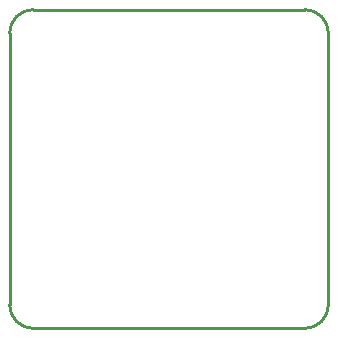
<source format=gko>
G04 Layer: BoardOutlineLayer*
G04 EasyEDA Pro v1.7.31.78bc6e, 2022-08-09 17:47:50*
G04 Gerber Generator version 0.3*
G04 Scale: 100 percent, Rotated: No, Reflected: No*
G04 Dimensions in millimeters*
G04 Leading zeros omitted, absolute positions, 3 integers and 3 decimals*
%FSLAX33Y33*%
%MOMM*%
%ADD10C,0.254*%
G75*


G04 Rect Start*
G54D10*
G01X127Y25153D02*
G01X127Y2203D01*
G03X2152Y178I2025J0D01*
G01X25102D01*
G03X27127Y2203I0J2025D01*
G01Y25153D01*
G03X25102Y27178I-2025J0D01*
G01X2152D01*
G03X127Y25153I0J-2025D01*
G04 Rect End*

M02*

</source>
